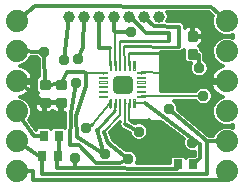
<source format=gtl>
G75*
%MOIN*%
%OFA0B0*%
%FSLAX24Y24*%
%IPPOS*%
%LPD*%
%AMOC8*
5,1,8,0,0,1.08239X$1,22.5*
%
%ADD10C,0.0740*%
%ADD11C,0.0039*%
%ADD12C,0.0303*%
%ADD13C,0.0088*%
%ADD14R,0.0276X0.0354*%
%ADD15C,0.0394*%
%ADD16C,0.0120*%
%ADD17C,0.0376*%
%ADD18C,0.0100*%
%ADD19C,0.0079*%
D10*
X001730Y002055D03*
X001730Y003055D03*
X001730Y004055D03*
X001730Y005055D03*
X001730Y006055D03*
X001730Y007055D03*
X008730Y007055D03*
X008730Y006055D03*
X008730Y005055D03*
X008730Y004055D03*
X008730Y003055D03*
X008730Y002055D03*
D11*
X006008Y004583D02*
X005732Y004583D01*
X006008Y004583D02*
X006008Y004543D01*
X005732Y004543D01*
X005732Y004583D01*
X005732Y004581D02*
X006008Y004581D01*
X006008Y004741D02*
X005732Y004741D01*
X006008Y004741D02*
X006008Y004701D01*
X005732Y004701D01*
X005732Y004741D01*
X005732Y004739D02*
X006008Y004739D01*
X006008Y004898D02*
X005732Y004898D01*
X006008Y004898D02*
X006008Y004858D01*
X005732Y004858D01*
X005732Y004898D01*
X005732Y004896D02*
X006008Y004896D01*
X006008Y005056D02*
X005732Y005056D01*
X006008Y005056D02*
X006008Y005016D01*
X005732Y005016D01*
X005732Y005056D01*
X005732Y005054D02*
X006008Y005054D01*
X006008Y005213D02*
X005732Y005213D01*
X006008Y005213D02*
X006008Y005173D01*
X005732Y005173D01*
X005732Y005213D01*
X005732Y005211D02*
X006008Y005211D01*
X006008Y005371D02*
X005732Y005371D01*
X006008Y005371D02*
X006008Y005331D01*
X005732Y005331D01*
X005732Y005371D01*
X005732Y005369D02*
X006008Y005369D01*
X005614Y005449D02*
X005614Y005725D01*
X005654Y005725D01*
X005654Y005449D01*
X005614Y005449D01*
X005614Y005487D02*
X005654Y005487D01*
X005654Y005525D02*
X005614Y005525D01*
X005614Y005563D02*
X005654Y005563D01*
X005654Y005601D02*
X005614Y005601D01*
X005614Y005639D02*
X005654Y005639D01*
X005654Y005677D02*
X005614Y005677D01*
X005614Y005715D02*
X005654Y005715D01*
X005456Y005725D02*
X005456Y005449D01*
X005456Y005725D02*
X005496Y005725D01*
X005496Y005449D01*
X005456Y005449D01*
X005456Y005487D02*
X005496Y005487D01*
X005496Y005525D02*
X005456Y005525D01*
X005456Y005563D02*
X005496Y005563D01*
X005496Y005601D02*
X005456Y005601D01*
X005456Y005639D02*
X005496Y005639D01*
X005496Y005677D02*
X005456Y005677D01*
X005456Y005715D02*
X005496Y005715D01*
X005299Y005725D02*
X005299Y005449D01*
X005299Y005725D02*
X005339Y005725D01*
X005339Y005449D01*
X005299Y005449D01*
X005299Y005487D02*
X005339Y005487D01*
X005339Y005525D02*
X005299Y005525D01*
X005299Y005563D02*
X005339Y005563D01*
X005339Y005601D02*
X005299Y005601D01*
X005299Y005639D02*
X005339Y005639D01*
X005339Y005677D02*
X005299Y005677D01*
X005299Y005715D02*
X005339Y005715D01*
X005141Y005725D02*
X005141Y005449D01*
X005141Y005725D02*
X005181Y005725D01*
X005181Y005449D01*
X005141Y005449D01*
X005141Y005487D02*
X005181Y005487D01*
X005181Y005525D02*
X005141Y005525D01*
X005141Y005563D02*
X005181Y005563D01*
X005181Y005601D02*
X005141Y005601D01*
X005141Y005639D02*
X005181Y005639D01*
X005181Y005677D02*
X005141Y005677D01*
X005141Y005715D02*
X005181Y005715D01*
X004984Y005725D02*
X004984Y005449D01*
X004984Y005725D02*
X005024Y005725D01*
X005024Y005449D01*
X004984Y005449D01*
X004984Y005487D02*
X005024Y005487D01*
X005024Y005525D02*
X004984Y005525D01*
X004984Y005563D02*
X005024Y005563D01*
X005024Y005601D02*
X004984Y005601D01*
X004984Y005639D02*
X005024Y005639D01*
X005024Y005677D02*
X004984Y005677D01*
X004984Y005715D02*
X005024Y005715D01*
X004826Y005725D02*
X004826Y005449D01*
X004826Y005725D02*
X004866Y005725D01*
X004866Y005449D01*
X004826Y005449D01*
X004826Y005487D02*
X004866Y005487D01*
X004866Y005525D02*
X004826Y005525D01*
X004826Y005563D02*
X004866Y005563D01*
X004866Y005601D02*
X004826Y005601D01*
X004826Y005639D02*
X004866Y005639D01*
X004866Y005677D02*
X004826Y005677D01*
X004826Y005715D02*
X004866Y005715D01*
X004748Y005331D02*
X004472Y005331D01*
X004472Y005371D01*
X004748Y005371D01*
X004748Y005331D01*
X004748Y005369D02*
X004472Y005369D01*
X004472Y005173D02*
X004748Y005173D01*
X004472Y005173D02*
X004472Y005213D01*
X004748Y005213D01*
X004748Y005173D01*
X004748Y005211D02*
X004472Y005211D01*
X004472Y005016D02*
X004748Y005016D01*
X004472Y005016D02*
X004472Y005056D01*
X004748Y005056D01*
X004748Y005016D01*
X004748Y005054D02*
X004472Y005054D01*
X004472Y004858D02*
X004748Y004858D01*
X004472Y004858D02*
X004472Y004898D01*
X004748Y004898D01*
X004748Y004858D01*
X004748Y004896D02*
X004472Y004896D01*
X004472Y004701D02*
X004748Y004701D01*
X004472Y004701D02*
X004472Y004741D01*
X004748Y004741D01*
X004748Y004701D01*
X004748Y004739D02*
X004472Y004739D01*
X004472Y004543D02*
X004748Y004543D01*
X004472Y004543D02*
X004472Y004583D01*
X004748Y004583D01*
X004748Y004543D01*
X004748Y004581D02*
X004472Y004581D01*
X004866Y004465D02*
X004866Y004189D01*
X004826Y004189D01*
X004826Y004465D01*
X004866Y004465D01*
X004866Y004227D02*
X004826Y004227D01*
X004826Y004265D02*
X004866Y004265D01*
X004866Y004303D02*
X004826Y004303D01*
X004826Y004341D02*
X004866Y004341D01*
X004866Y004379D02*
X004826Y004379D01*
X004826Y004417D02*
X004866Y004417D01*
X004866Y004455D02*
X004826Y004455D01*
X005024Y004465D02*
X005024Y004189D01*
X004984Y004189D01*
X004984Y004465D01*
X005024Y004465D01*
X005024Y004227D02*
X004984Y004227D01*
X004984Y004265D02*
X005024Y004265D01*
X005024Y004303D02*
X004984Y004303D01*
X004984Y004341D02*
X005024Y004341D01*
X005024Y004379D02*
X004984Y004379D01*
X004984Y004417D02*
X005024Y004417D01*
X005024Y004455D02*
X004984Y004455D01*
X005181Y004465D02*
X005181Y004189D01*
X005141Y004189D01*
X005141Y004465D01*
X005181Y004465D01*
X005181Y004227D02*
X005141Y004227D01*
X005141Y004265D02*
X005181Y004265D01*
X005181Y004303D02*
X005141Y004303D01*
X005141Y004341D02*
X005181Y004341D01*
X005181Y004379D02*
X005141Y004379D01*
X005141Y004417D02*
X005181Y004417D01*
X005181Y004455D02*
X005141Y004455D01*
X005339Y004465D02*
X005339Y004189D01*
X005299Y004189D01*
X005299Y004465D01*
X005339Y004465D01*
X005339Y004227D02*
X005299Y004227D01*
X005299Y004265D02*
X005339Y004265D01*
X005339Y004303D02*
X005299Y004303D01*
X005299Y004341D02*
X005339Y004341D01*
X005339Y004379D02*
X005299Y004379D01*
X005299Y004417D02*
X005339Y004417D01*
X005339Y004455D02*
X005299Y004455D01*
X005496Y004465D02*
X005496Y004189D01*
X005456Y004189D01*
X005456Y004465D01*
X005496Y004465D01*
X005496Y004227D02*
X005456Y004227D01*
X005456Y004265D02*
X005496Y004265D01*
X005496Y004303D02*
X005456Y004303D01*
X005456Y004341D02*
X005496Y004341D01*
X005496Y004379D02*
X005456Y004379D01*
X005456Y004417D02*
X005496Y004417D01*
X005496Y004455D02*
X005456Y004455D01*
X005654Y004465D02*
X005654Y004189D01*
X005614Y004189D01*
X005614Y004465D01*
X005654Y004465D01*
X005654Y004227D02*
X005614Y004227D01*
X005614Y004265D02*
X005654Y004265D01*
X005654Y004303D02*
X005614Y004303D01*
X005614Y004341D02*
X005654Y004341D01*
X005654Y004379D02*
X005614Y004379D01*
X005614Y004417D02*
X005654Y004417D01*
X005654Y004455D02*
X005614Y004455D01*
D12*
X005423Y004805D02*
X005057Y004805D01*
X005057Y005109D01*
X005423Y005109D01*
X005423Y004805D01*
X005423Y005107D02*
X005057Y005107D01*
D13*
X003337Y005085D02*
X003337Y004823D01*
X003075Y004823D01*
X003075Y005085D01*
X003337Y005085D01*
X003337Y004910D02*
X003075Y004910D01*
X003075Y004997D02*
X003337Y004997D01*
X003337Y005084D02*
X003075Y005084D01*
X002523Y005082D02*
X002523Y004820D01*
X002523Y005082D02*
X002785Y005082D01*
X002785Y004820D01*
X002523Y004820D01*
X002523Y004907D02*
X002785Y004907D01*
X002785Y004994D02*
X002523Y004994D01*
X002523Y005081D02*
X002785Y005081D01*
X002523Y004482D02*
X002523Y004220D01*
X002523Y004482D02*
X002785Y004482D01*
X002785Y004220D01*
X002523Y004220D01*
X002523Y004307D02*
X002785Y004307D01*
X002785Y004394D02*
X002523Y004394D01*
X002523Y004481D02*
X002785Y004481D01*
X003337Y004485D02*
X003337Y004223D01*
X003075Y004223D01*
X003075Y004485D01*
X003337Y004485D01*
X003337Y004310D02*
X003075Y004310D01*
X003075Y004397D02*
X003337Y004397D01*
X003337Y004484D02*
X003075Y004484D01*
X007715Y005826D02*
X007715Y006088D01*
X007715Y005826D02*
X007453Y005826D01*
X007453Y006088D01*
X007715Y006088D01*
X007715Y005913D02*
X007453Y005913D01*
X007453Y006000D02*
X007715Y006000D01*
X007715Y006087D02*
X007453Y006087D01*
X007715Y006426D02*
X007715Y006688D01*
X007715Y006426D02*
X007453Y006426D01*
X007453Y006688D01*
X007715Y006688D01*
X007715Y006513D02*
X007453Y006513D01*
X007453Y006600D02*
X007715Y006600D01*
X007715Y006687D02*
X007453Y006687D01*
D14*
X003135Y003228D03*
X002623Y003228D03*
X002573Y002573D03*
X003085Y002573D03*
X007102Y002289D03*
X007614Y002289D03*
D15*
X006466Y007218D03*
X005966Y007218D03*
X005466Y007218D03*
X004966Y007218D03*
X004466Y007218D03*
X003966Y007218D03*
X003466Y007218D03*
D16*
X003285Y005758D01*
X003416Y005359D02*
X003956Y005358D01*
X004045Y005349D01*
X004038Y004895D01*
X003713Y003890D01*
X003729Y003217D01*
X004649Y002642D01*
X004679Y002647D01*
X004649Y002642D02*
X004414Y003429D01*
X004640Y003382D02*
X004779Y003008D01*
X005447Y002467D01*
X005154Y002335D01*
X004364Y002341D01*
X003786Y002920D01*
X003513Y002941D01*
X003517Y004013D01*
X003691Y004991D01*
X003416Y005359D02*
X003206Y004954D01*
X002654Y004951D01*
X002641Y006052D01*
X001730Y006055D01*
X002185Y005874D02*
X002145Y005778D01*
X002008Y005640D01*
X001847Y005573D01*
X001854Y005572D01*
X001934Y005546D01*
X002008Y005509D01*
X002075Y005460D01*
X002134Y005401D01*
X002183Y005333D01*
X002221Y005259D01*
X002247Y005179D01*
X002260Y005097D01*
X002260Y005095D01*
X001770Y005095D01*
X001770Y005015D01*
X002260Y005015D01*
X002260Y005014D01*
X002247Y004931D01*
X002221Y004852D01*
X002183Y004777D01*
X002134Y004710D01*
X002075Y004651D01*
X002008Y004602D01*
X001934Y004564D01*
X001854Y004538D01*
X001847Y004537D01*
X002008Y004471D01*
X002145Y004333D01*
X002220Y004153D01*
X002220Y003958D01*
X002145Y003778D01*
X002142Y003774D01*
X002365Y003440D01*
X002365Y003455D01*
X002435Y003525D01*
X002810Y003525D01*
X002879Y003456D01*
X002947Y003525D01*
X003322Y003525D01*
X003335Y003512D01*
X003337Y003956D01*
X003326Y003971D01*
X003335Y004019D01*
X003233Y004019D01*
X003233Y004327D01*
X003178Y004327D01*
X002871Y004327D01*
X002871Y004323D01*
X002681Y004323D01*
X002681Y004016D01*
X002812Y004016D01*
X002864Y004030D01*
X003008Y004030D01*
X002996Y004033D02*
X003048Y004019D01*
X003178Y004019D01*
X003178Y004327D01*
X003178Y004382D01*
X002989Y004382D01*
X002989Y004378D01*
X002681Y004378D01*
X002681Y004323D01*
X002626Y004323D01*
X002626Y004016D01*
X002496Y004016D01*
X002444Y004030D01*
X002397Y004057D01*
X002359Y004095D01*
X002333Y004141D01*
X002319Y004193D01*
X002319Y004323D01*
X002626Y004323D01*
X002626Y004378D01*
X002319Y004378D01*
X002319Y004509D01*
X002333Y004561D01*
X002359Y004607D01*
X002397Y004645D01*
X002440Y004670D01*
X002359Y004752D01*
X002359Y005150D01*
X002455Y005246D01*
X002470Y005246D01*
X002464Y005793D01*
X002385Y005873D01*
X002185Y005874D01*
X002158Y005808D02*
X002450Y005808D01*
X002466Y005689D02*
X002057Y005689D01*
X001859Y005571D02*
X002467Y005571D01*
X002468Y005452D02*
X002083Y005452D01*
X002183Y005334D02*
X002469Y005334D01*
X002424Y005215D02*
X002235Y005215D01*
X002260Y005097D02*
X002359Y005097D01*
X002359Y004978D02*
X002254Y004978D01*
X002224Y004860D02*
X002359Y004860D01*
X002370Y004741D02*
X002157Y004741D01*
X002036Y004623D02*
X002375Y004623D01*
X002319Y004504D02*
X001927Y004504D01*
X002093Y004386D02*
X002319Y004386D01*
X002319Y004267D02*
X002173Y004267D01*
X002220Y004149D02*
X002331Y004149D01*
X002220Y004030D02*
X002444Y004030D01*
X002626Y004030D02*
X002681Y004030D01*
X002681Y004149D02*
X002626Y004149D01*
X002626Y004267D02*
X002681Y004267D01*
X002654Y004351D02*
X001730Y005086D01*
X001730Y005055D01*
X002654Y004351D02*
X002912Y004344D01*
X003206Y004354D01*
X003178Y004267D02*
X003233Y004267D01*
X003233Y004149D02*
X003178Y004149D01*
X003178Y004030D02*
X003233Y004030D01*
X003336Y003912D02*
X002201Y003912D01*
X002152Y003793D02*
X003336Y003793D01*
X003336Y003675D02*
X002209Y003675D01*
X002288Y003556D02*
X003335Y003556D01*
X003135Y003228D02*
X003135Y003221D01*
X003135Y003228D02*
X003125Y002579D01*
X003085Y002573D01*
X003082Y002573D01*
X003082Y002156D01*
X003674Y002155D01*
X003675Y002517D01*
X003674Y002155D02*
X007068Y002150D01*
X007102Y002289D01*
X006844Y002330D02*
X006844Y002516D01*
X006914Y002586D01*
X007289Y002586D01*
X007358Y002518D01*
X007426Y002586D01*
X007657Y002586D01*
X007658Y002712D01*
X007640Y002704D01*
X007517Y002704D01*
X007404Y002751D01*
X007317Y002837D01*
X007270Y002951D01*
X007270Y003073D01*
X007295Y003133D01*
X006530Y003705D01*
X005577Y003698D01*
X005656Y003657D01*
X005735Y003690D01*
X005858Y003690D01*
X005971Y003643D01*
X006058Y003556D01*
X006730Y003556D01*
X006888Y003438D02*
X006105Y003438D01*
X006105Y003443D02*
X006058Y003556D01*
X006105Y003443D02*
X006105Y003320D01*
X006058Y003207D01*
X005971Y003120D01*
X005858Y003074D01*
X005735Y003074D01*
X005622Y003120D01*
X005535Y003207D01*
X005489Y003320D01*
X005489Y003338D01*
X005175Y003500D01*
X005130Y003642D01*
X005157Y003694D01*
X005154Y003694D01*
X004840Y003361D01*
X004930Y003116D01*
X005364Y002766D01*
X005386Y002775D01*
X005508Y002775D01*
X005622Y002728D01*
X005708Y002642D01*
X005755Y002528D01*
X005755Y002406D01*
X005725Y002332D01*
X006844Y002330D01*
X006844Y002371D02*
X005741Y002371D01*
X005755Y002490D02*
X006844Y002490D01*
X007314Y002845D02*
X005266Y002845D01*
X005119Y002964D02*
X007270Y002964D01*
X007274Y003082D02*
X005878Y003082D01*
X005715Y003082D02*
X004973Y003082D01*
X004899Y003201D02*
X005542Y003201D01*
X005489Y003319D02*
X004855Y003319D01*
X004912Y003438D02*
X005295Y003438D01*
X005157Y003556D02*
X005024Y003556D01*
X005136Y003675D02*
X005147Y003675D01*
X005324Y003625D02*
X005797Y003382D01*
X006051Y003201D02*
X007205Y003201D01*
X007046Y003319D02*
X006104Y003319D01*
X006124Y002928D02*
X006124Y003765D01*
X005895Y003675D02*
X006571Y003675D01*
X006794Y004143D02*
X008072Y003055D01*
X008730Y003055D01*
X008274Y003235D02*
X008315Y003333D01*
X008453Y003471D01*
X008633Y003545D01*
X008828Y003545D01*
X008926Y003504D01*
X008926Y003606D01*
X008828Y003565D01*
X008633Y003565D01*
X008453Y003640D01*
X008315Y003778D01*
X008240Y003958D01*
X008240Y004153D01*
X008315Y004333D01*
X008453Y004471D01*
X008613Y004537D01*
X008606Y004538D01*
X008527Y004564D01*
X008452Y004602D01*
X008385Y004651D01*
X008326Y004710D01*
X008277Y004777D01*
X008239Y004852D01*
X008213Y004931D01*
X008200Y005014D01*
X008200Y005015D01*
X008690Y005015D01*
X008690Y005095D01*
X008200Y005095D01*
X008200Y005097D01*
X008213Y005179D01*
X008239Y005259D01*
X008277Y005333D01*
X008326Y005401D01*
X008385Y005460D01*
X008452Y005509D01*
X008527Y005546D01*
X008606Y005572D01*
X008613Y005573D01*
X008453Y005640D01*
X008315Y005778D01*
X008240Y005958D01*
X008240Y006153D01*
X008315Y006333D01*
X008453Y006471D01*
X008633Y006545D01*
X008828Y006545D01*
X008924Y006505D01*
X008924Y006605D01*
X008828Y006565D01*
X008633Y006565D01*
X008453Y006640D01*
X008315Y006778D01*
X008240Y006958D01*
X008240Y007153D01*
X008273Y007232D01*
X008136Y007358D01*
X006749Y007364D01*
X006783Y007281D01*
X006783Y007155D01*
X006746Y007066D01*
X007065Y007065D01*
X007065Y007065D01*
X007141Y007065D01*
X007214Y007065D01*
X007214Y007064D01*
X007214Y007064D01*
X007267Y007011D01*
X007319Y006959D01*
X007319Y006959D01*
X007319Y006959D01*
X007319Y006883D01*
X007319Y006843D01*
X007327Y006852D01*
X007374Y006878D01*
X007426Y006892D01*
X007556Y006892D01*
X007556Y006585D01*
X007611Y006585D01*
X007611Y006892D01*
X007742Y006892D01*
X007794Y006878D01*
X007840Y006852D01*
X007878Y006814D01*
X007905Y006767D01*
X007919Y006715D01*
X007919Y006585D01*
X007611Y006585D01*
X007611Y006530D01*
X007919Y006530D01*
X007919Y006399D01*
X007905Y006347D01*
X007878Y006301D01*
X007840Y006263D01*
X007797Y006238D01*
X007879Y006156D01*
X007879Y006106D01*
X007891Y006105D01*
X007930Y006056D01*
X007975Y006014D01*
X007975Y006000D01*
X007984Y005989D01*
X007977Y005927D01*
X007982Y005757D01*
X007984Y005756D01*
X008071Y005669D01*
X008118Y005556D01*
X008118Y005433D01*
X008071Y005320D01*
X007984Y005233D01*
X007871Y005187D01*
X007748Y005187D01*
X007635Y005233D01*
X007548Y005320D01*
X007501Y005433D01*
X007501Y005556D01*
X007546Y005662D01*
X007385Y005662D01*
X007289Y005758D01*
X007289Y006113D01*
X007216Y006040D01*
X007067Y006039D01*
X007056Y006050D01*
X006525Y006050D01*
X006537Y004724D01*
X007678Y004727D01*
X007684Y004743D01*
X007771Y004830D01*
X007884Y004877D01*
X008007Y004877D01*
X008120Y004830D01*
X008207Y004743D01*
X008254Y004630D01*
X008254Y004507D01*
X008207Y004394D01*
X008120Y004307D01*
X008007Y004261D01*
X007884Y004261D01*
X007771Y004307D01*
X007684Y004394D01*
X007678Y004409D01*
X006962Y004407D01*
X006968Y004404D01*
X007055Y004317D01*
X007102Y004204D01*
X007102Y004117D01*
X008138Y003235D01*
X008274Y003235D01*
X008309Y003319D02*
X008040Y003319D01*
X007900Y003438D02*
X008419Y003438D01*
X008418Y003675D02*
X007622Y003675D01*
X007483Y003793D02*
X008308Y003793D01*
X008259Y003912D02*
X007343Y003912D01*
X007204Y004030D02*
X008240Y004030D01*
X008240Y004149D02*
X007102Y004149D01*
X007076Y004267D02*
X007869Y004267D01*
X007693Y004386D02*
X006987Y004386D01*
X006537Y004741D02*
X007683Y004741D01*
X007842Y004860D02*
X006536Y004860D01*
X006535Y004978D02*
X008206Y004978D01*
X008191Y005092D02*
X007214Y005092D01*
X007185Y005329D01*
X006699Y005343D01*
X006699Y005987D01*
X006526Y006045D02*
X007061Y006045D01*
X007221Y006045D02*
X007289Y006045D01*
X007289Y005926D02*
X006527Y005926D01*
X006528Y005808D02*
X007289Y005808D01*
X007358Y005689D02*
X006529Y005689D01*
X006530Y005571D02*
X007508Y005571D01*
X007501Y005452D02*
X006531Y005452D01*
X006532Y005334D02*
X007543Y005334D01*
X007680Y005215D02*
X006533Y005215D01*
X006534Y005097D02*
X008200Y005097D01*
X008191Y005092D02*
X008001Y005029D01*
X008730Y005029D01*
X008730Y005055D01*
X008424Y004623D02*
X008254Y004623D01*
X008252Y004504D02*
X008533Y004504D01*
X008367Y004386D02*
X008198Y004386D01*
X008287Y004267D02*
X008022Y004267D01*
X008208Y004741D02*
X008303Y004741D01*
X008236Y004860D02*
X008048Y004860D01*
X008191Y005092D02*
X008191Y006557D01*
X007584Y006557D01*
X007556Y006637D02*
X007611Y006637D01*
X007611Y006756D02*
X007556Y006756D01*
X007556Y006874D02*
X007611Y006874D01*
X007801Y006874D02*
X008275Y006874D01*
X008240Y006993D02*
X007286Y006993D01*
X007319Y006874D02*
X007366Y006874D01*
X007139Y006885D02*
X007138Y006602D01*
X007140Y006219D01*
X006813Y006410D02*
X006812Y006667D01*
X006040Y006662D01*
X005472Y007255D01*
X005466Y007218D01*
X004971Y007267D02*
X004970Y006743D01*
X004966Y007218D01*
X004466Y007218D02*
X004475Y006166D01*
X004824Y006166D01*
X004999Y006718D02*
X004970Y006743D01*
X004999Y006718D02*
X005533Y006712D01*
X005966Y007218D02*
X006316Y006888D01*
X007139Y006885D01*
X006765Y007111D02*
X008240Y007111D01*
X008272Y007230D02*
X006783Y007230D01*
X006755Y007348D02*
X008147Y007348D01*
X008206Y007538D02*
X008730Y007055D01*
X008337Y006756D02*
X007908Y006756D01*
X007919Y006637D02*
X008459Y006637D01*
X008568Y006519D02*
X007919Y006519D01*
X007919Y006400D02*
X008382Y006400D01*
X008293Y006282D02*
X007859Y006282D01*
X007872Y006163D02*
X008244Y006163D01*
X008240Y006045D02*
X007942Y006045D01*
X007977Y005926D02*
X008253Y005926D01*
X008302Y005808D02*
X007981Y005808D01*
X008051Y005689D02*
X008403Y005689D01*
X008601Y005571D02*
X008112Y005571D01*
X008118Y005452D02*
X008377Y005452D01*
X008277Y005334D02*
X008076Y005334D01*
X007940Y005215D02*
X008225Y005215D01*
X007810Y005495D02*
X007797Y005934D01*
X007584Y005957D01*
X008892Y006519D02*
X008924Y006519D01*
X008206Y007538D02*
X002333Y007564D01*
X001730Y007055D01*
X003946Y006204D02*
X003777Y005797D01*
X003946Y006204D02*
X003966Y007218D01*
X005999Y004327D02*
X007767Y003004D01*
X007579Y003012D01*
X007767Y003004D02*
X007842Y002964D01*
X007835Y002493D01*
X007614Y002289D01*
X007657Y002608D02*
X005722Y002608D01*
X005623Y002727D02*
X007463Y002727D01*
X008072Y003055D02*
X008072Y001962D01*
X002573Y001962D01*
X002573Y002573D01*
X002473Y002571D01*
X001730Y003055D01*
X002284Y003238D02*
X001914Y003791D01*
X001730Y004055D01*
X002284Y003238D02*
X002623Y003228D01*
X002864Y004030D02*
X002910Y004057D01*
X002931Y004078D01*
X002949Y004060D01*
X002996Y004033D01*
X004043Y003508D02*
X004219Y003592D01*
X005621Y003675D02*
X005698Y003675D01*
X006124Y002928D02*
X006111Y002491D01*
X007761Y003556D02*
X008926Y003556D01*
X008730Y002055D02*
X008730Y001757D01*
X002271Y001757D01*
X002271Y002055D01*
X001730Y002055D01*
D17*
X003675Y002517D03*
X004679Y002647D03*
X005152Y003338D03*
X005797Y003382D03*
X006782Y002693D03*
X006111Y002491D03*
X005447Y002467D03*
X004043Y003508D03*
X003138Y003762D03*
X003691Y004991D03*
X003777Y005797D03*
X003285Y005758D03*
X002641Y006052D03*
X005533Y006712D03*
X007810Y005495D03*
X007945Y004569D03*
X007808Y003756D03*
X007579Y003012D03*
X006794Y004143D03*
D18*
X006124Y003765D02*
X005476Y003771D01*
X005004Y004112D02*
X004414Y003429D01*
X004844Y004216D02*
X004845Y004430D01*
X004846Y004327D01*
X005317Y004327D02*
X005319Y004327D01*
X005870Y005351D02*
X005867Y005357D01*
X005474Y005987D02*
X006699Y005987D01*
X006813Y006410D02*
X005161Y006407D01*
X005316Y006222D02*
X007140Y006219D01*
X004610Y005351D02*
X004607Y005349D01*
D19*
X004045Y005349D01*
X004846Y005587D02*
X004824Y006166D01*
X005161Y006407D02*
X005161Y005587D01*
X005004Y005587D02*
X004999Y006718D01*
X005316Y006222D02*
X005319Y005587D01*
X005476Y005587D02*
X005474Y005987D01*
X005867Y005357D02*
X006699Y005343D01*
X005870Y004563D02*
X007945Y004569D01*
X005999Y004327D02*
X005634Y004327D01*
X005476Y004327D02*
X005476Y003771D01*
X005319Y003834D02*
X005324Y003625D01*
X005319Y003834D02*
X005317Y004327D01*
X005161Y004327D02*
X005160Y003933D01*
X004640Y003382D01*
X004219Y003592D02*
X004846Y004327D01*
X005004Y004327D02*
X005004Y004112D01*
M02*

</source>
